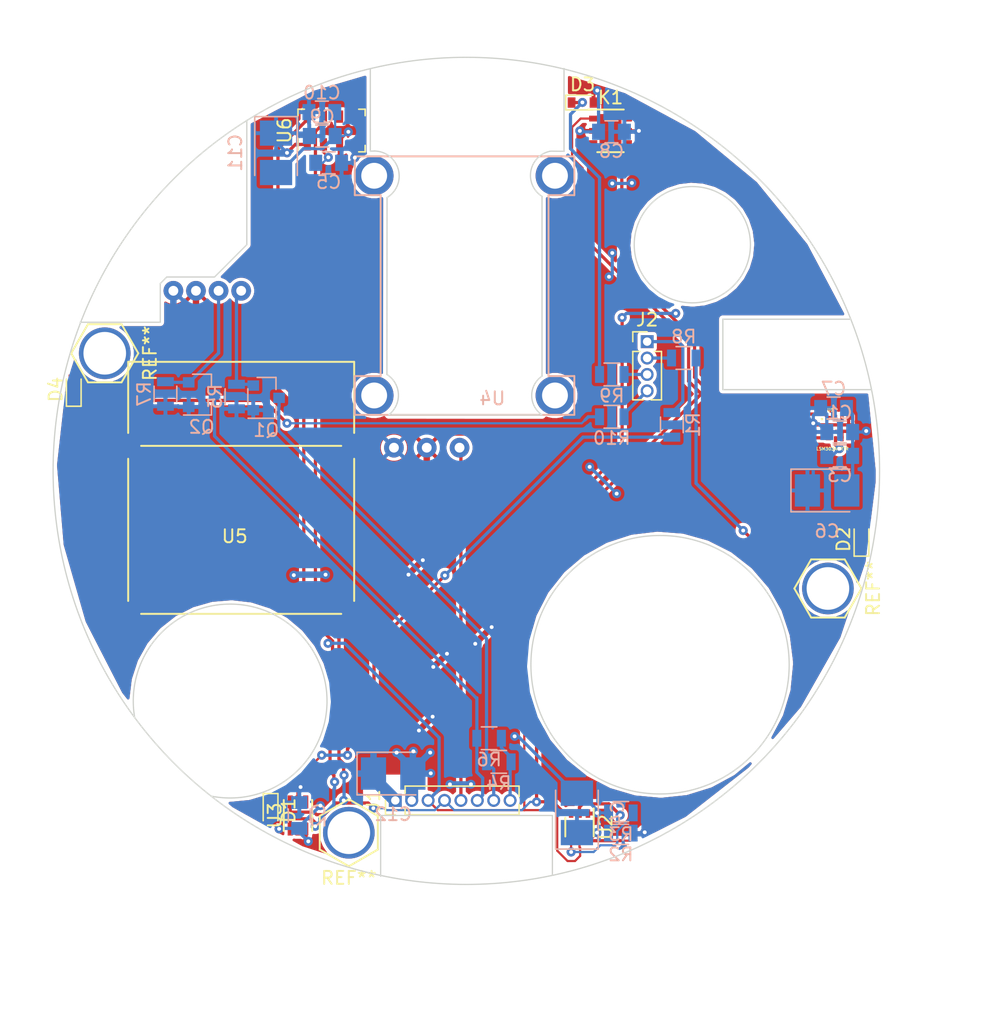
<source format=kicad_pcb>
(kicad_pcb (version 4) (host pcbnew 4.0.7)
  (layers (0 F.Cu signal) (31 B.Cu signal) (34 B.Paste user) (35 F.Paste user) (36 B.SilkS user) (37 F.SilkS user) (38 B.Mask user) (39 F.Mask user) (44 Edge.Cuts user))
  (net 0 "")
  (net 1 GND)
  (net 2 "Net-(C3-Pad1)")
  (net 3 "Net-(D1-Pad1)")
  (net 4 /SDA)
  (net 5 /SCL)
  (net 6 +3V3)
  (net 7 +5V)
  (net 8 "Net-(C5-Pad1)")
  (net 9 /SER_P)
  (net 10 /RX_GPS)
  (net 11 /TX_GPS)
  (net 12 /TX_GPSL)
  (net 13 /RX_GPSL)
  (net 14 "Net-(R2-Pad1)")
  (net 15 "Net-(R3-Pad2)")
  (net 16 "Net-(D2-Pad1)")
  (net 17 "Net-(D3-Pad1)")
  (net 18 "Net-(D4-Pad1)")
  (net 19 /LED1)
  (net 20 /LED2)
  (net 21 /LED3)
  (net 22 /LED4)
  (module CanSat:microservo (layer B.Cu) (at 58.3636 45.6652 180)
    (fp_text reference U4 (at 6.35 1.27 360) (layer B.SilkS) (effects (justify mirror)))
    (fp_text value microservo)
    (pad 1 thru_hole circle (at 13.97 -2.54 180) (size 1.524 1.524) (drill 0.762) (layers *.Cu *.Mask) (net 6 +3V3))
    (pad 3 thru_hole circle (at 8.89 -2.54 180) (size 1.524 1.524) (drill 0.762) (layers *.Cu *.Mask) (net 9 /SER_P))
    (pad "" thru_hole circle (at 1.5 18.5 180) (size 3 3) (drill 2) (layers *.Cu *.Mask))
    (pad "" thru_hole circle (at 15.5 18.5 180) (size 3 3) (drill 2) (layers *.Cu *.Mask))
    (pad "" thru_hole circle (at 15.5 1.5 180) (size 3 3) (drill 2) (layers *.Cu *.Mask))
    (pad "" thru_hole circle (at 1.5 1.5 180) (size 3 3) (drill 2) (layers *.Cu *.Mask))
    (pad 2 thru_hole circle (at 11.43 -2.54 180) (size 1.524 1.524) (drill 0.762) (layers *.Cu *.Mask) (net 1 GND))
  )
  (module TO_SOT_Packages_SMD:SOT-23 (layer B.Cu) (at 29.5 44.1)
    (fp_text reference Q2 (at 0 2.5) (layer B.SilkS) (effects (justify mirror)))
    (fp_text value BSS138)
    (pad 1 smd rect (at -1 0.95) (size 0.9 0.8) (layers B.Cu B.Paste B.Mask) (net 6 +3V3))
    (pad 2 smd rect (at -1 -0.95) (size 0.9 0.8) (layers B.Cu B.Paste B.Mask) (net 13 /RX_GPSL))
    (pad 3 smd rect (at 1 0) (size 0.9 0.8) (layers B.Cu B.Paste B.Mask) (net 10 /RX_GPS))
  )
  (module CanSat:GPS (layer F.Cu) (at 32.5636 48.0652 180)
    (fp_text reference U5 (at 0.5 -7 180) (layer F.SilkS))
    (fp_text value GPS)
    (pad 2 thru_hole circle (at 3.5 12 180) (size 1.524 1.524) (drill 0.762) (layers *.Cu *.Mask) (net 1 GND))
    (pad 1 thru_hole circle (at 5.25 12 180) (size 1.524 1.524) (drill 0.762) (layers *.Cu *.Mask) (net 6 +3V3))
    (pad 3 thru_hole circle (at 1.75 12 180) (size 1.524 1.524) (drill 0.762) (layers *.Cu *.Mask) (net 13 /RX_GPSL))
    (pad "" connect rect (at -8.75 -13 180) (size 2 2) (layers F.Cu F.Mask))
    (pad "" connect rect (at 8.75 -13 180) (size 2 2) (layers F.Cu F.Mask))
    (pad "" connect rect (at 8.75 0 180) (size 2 2) (layers F.Cu F.Mask))
    (pad "" connect rect (at -8.75 0 180) (size 2 2) (layers F.Cu F.Mask))
    (pad 4 thru_hole circle (at 0 12 180) (size 1.524 1.524) (drill 0.762) (layers *.Cu *.Mask) (net 12 /TX_GPSL))
  )
  (module CanSat:Standoff (layer F.Cu) (at 40.9 78)
    (fp_text reference REF** (at 0 3.5) (layer F.SilkS))
    (fp_text value Standoff)
    (pad "" thru_hole circle (at 0 0) (size 4 4) (drill 3.3) (layers *.Cu *.Mask))
  )
  (module CanSat:Standoff (layer F.Cu) (at 78 59.1 90)
    (fp_text reference REF** (at 0 3.5 90) (layer F.SilkS))
    (fp_text value Standoff)
    (pad "" thru_hole circle (at 0 0 90) (size 4 4) (drill 3.3) (layers *.Cu *.Mask))
  )
  (module Capacitors_SMD:C_0805 (layer B.Cu) (at 78.9136 46.9902 180)
    (fp_text reference C1 (at 0 1.5 180) (layer B.SilkS) (effects (justify mirror)))
    (fp_text value "100 nF")
    (pad 1 smd rect (at -1 0 180) (size 1 1.25) (layers B.Cu B.Paste B.Mask) (net 1 GND))
    (pad 2 smd rect (at 1 0 180) (size 1 1.25) (layers B.Cu B.Paste B.Mask) (net 6 +3V3))
  )
  (module Capacitors_SMD:C_0805 (layer B.Cu) (at 37.0636 76.6652 90)
    (fp_text reference C2 (at 0 1.5 90) (layer B.SilkS) (effects (justify mirror)))
    (fp_text value "1 uF")
    (pad 1 smd rect (at -1 0 90) (size 1 1.25) (layers B.Cu B.Paste B.Mask) (net 1 GND))
    (pad 2 smd rect (at 1 0 90) (size 1 1.25) (layers B.Cu B.Paste B.Mask) (net 6 +3V3))
  )
  (module Capacitors_SMD:C_0805 (layer B.Cu) (at 78.9136 48.8402)
    (fp_text reference C3 (at 0 1.5) (layer B.SilkS) (effects (justify mirror)))
    (fp_text value "0.22 uF")
    (pad 1 smd rect (at -1 0) (size 1 1.25) (layers B.Cu B.Paste B.Mask) (net 2 "Net-(C3-Pad1)"))
    (pad 2 smd rect (at 1 0) (size 1 1.25) (layers B.Cu B.Paste B.Mask) (net 1 GND))
  )
  (module Capacitors_Tantalum_SMD:CP_Tantalum_Case-T_EIA-3528-12_Reflow (layer B.Cu) (at 58.5636 76.4652 90)
    (fp_text reference C4 (at 0 3.15 90) (layer B.SilkS) (effects (justify mirror)))
    (fp_text value "10 uF")
    (pad 1 smd rect (at -1.525 0 90) (size 1.95 2.5) (layers B.Cu B.Paste B.Mask) (net 6 +3V3))
    (pad 2 smd rect (at 1.525 0 90) (size 1.95 2.5) (layers B.Cu B.Paste B.Mask) (net 1 GND))
  )
  (module Capacitors_SMD:C_0805 (layer B.Cu) (at 39.3386 26.1652)
    (fp_text reference C5 (at 0 1.5) (layer B.SilkS) (effects (justify mirror)))
    (fp_text value "100 nF")
    (pad 1 smd rect (at -1 0) (size 1 1.25) (layers B.Cu B.Paste B.Mask) (net 8 "Net-(C5-Pad1)"))
    (pad 2 smd rect (at 1 0) (size 1 1.25) (layers B.Cu B.Paste B.Mask) (net 6 +3V3))
  )
  (module Capacitors_Tantalum_SMD:CP_Tantalum_Case-T_EIA-3528-12_Reflow (layer B.Cu) (at 77.9386 51.5152)
    (fp_text reference C6 (at 0 3.15) (layer B.SilkS) (effects (justify mirror)))
    (fp_text value "10 uF")
    (pad 1 smd rect (at -1.525 0) (size 1.95 2.5) (layers B.Cu B.Paste B.Mask) (net 6 +3V3))
    (pad 2 smd rect (at 1.525 0) (size 1.95 2.5) (layers B.Cu B.Paste B.Mask) (net 1 GND))
  )
  (module Capacitors_SMD:C_0805 (layer B.Cu) (at 78.4386 45.1402 180)
    (fp_text reference C7 (at 0 1.5 180) (layer B.SilkS) (effects (justify mirror)))
    (fp_text value "100 nF")
    (pad 1 smd rect (at -1 0 180) (size 1 1.25) (layers B.Cu B.Paste B.Mask) (net 1 GND))
    (pad 2 smd rect (at 1 0 180) (size 1 1.25) (layers B.Cu B.Paste B.Mask) (net 6 +3V3))
  )
  (module Capacitors_SMD:C_0805 (layer B.Cu) (at 61.2386 23.7652)
    (fp_text reference C8 (at 0 1.5) (layer B.SilkS) (effects (justify mirror)))
    (fp_text value "100 nF")
    (pad 1 smd rect (at -1 0) (size 1 1.25) (layers B.Cu B.Paste B.Mask) (net 1 GND))
    (pad 2 smd rect (at 1 0) (size 1 1.25) (layers B.Cu B.Paste B.Mask) (net 6 +3V3))
  )
  (module Capacitors_SMD:C_0805 (layer B.Cu) (at 38.8386 24.0902 180)
    (fp_text reference C9 (at 0 1.5 180) (layer B.SilkS) (effects (justify mirror)))
    (fp_text value "100 nF")
    (pad 1 smd rect (at -1 0 180) (size 1 1.25) (layers B.Cu B.Paste B.Mask) (net 1 GND))
    (pad 2 smd rect (at 1 0 180) (size 1 1.25) (layers B.Cu B.Paste B.Mask) (net 6 +3V3))
  )
  (module Capacitors_SMD:C_0805 (layer B.Cu) (at 38.8136 22.2402 180)
    (fp_text reference C10 (at 0 1.5 180) (layer B.SilkS) (effects (justify mirror)))
    (fp_text value "100 nF")
    (pad 1 smd rect (at -1 0 180) (size 1 1.25) (layers B.Cu B.Paste B.Mask) (net 1 GND))
    (pad 2 smd rect (at 1 0 180) (size 1 1.25) (layers B.Cu B.Paste B.Mask) (net 6 +3V3))
  )
  (module Capacitors_Tantalum_SMD:CP_Tantalum_Case-T_EIA-3528-12_Reflow (layer B.Cu) (at 35.2636 25.3902 270)
    (fp_text reference C11 (at 0 3.15 270) (layer B.SilkS) (effects (justify mirror)))
    (fp_text value "10 uF")
    (pad 1 smd rect (at -1.525 0 270) (size 1.95 2.5) (layers B.Cu B.Paste B.Mask) (net 6 +3V3))
    (pad 2 smd rect (at 1.525 0 270) (size 1.95 2.5) (layers B.Cu B.Paste B.Mask) (net 1 GND))
  )
  (module Diodes_SMD:D_0603 (layer F.Cu) (at 34.84 76.27 270)
    (fp_text reference D1 (at 0 -1.4 270) (layer F.SilkS))
    (fp_text value LED)
    (pad 1 smd rect (at -0.85 0 270) (size 0.6 0.8) (layers F.Cu F.Paste F.Mask) (net 3 "Net-(D1-Pad1)"))
    (pad 2 smd rect (at 0.85 0 270) (size 0.6 0.8) (layers F.Cu F.Paste F.Mask) (net 1 GND))
  )
  (module Housings_DFN_QFN:DFN-6-1EP_3x3mm_Pitch0.95mm (layer F.Cu) (at 61.1636 23.6902)
    (fp_text reference K1 (at 0 -2.575) (layer F.SilkS))
    (fp_text value SI7021)
    (pad 1 smd rect (at -1.34 -0.95) (size 0.63 0.45) (layers F.Cu F.Paste F.Mask) (net 4 /SDA))
    (pad 2 smd rect (at -1.34 0) (size 0.63 0.45) (layers F.Cu F.Paste F.Mask) (net 1 GND))
    (pad 3 smd rect (at -1.34 0.95) (size 0.63 0.45) (layers F.Cu F.Paste F.Mask))
    (pad 4 smd rect (at 1.34 0.95) (size 0.63 0.45) (layers F.Cu F.Paste F.Mask))
    (pad 5 smd rect (at 1.34 0) (size 0.63 0.45) (layers F.Cu F.Paste F.Mask) (net 6 +3V3))
    (pad 6 smd rect (at 1.34 -0.95) (size 0.63 0.45) (layers F.Cu F.Paste F.Mask) (net 5 /SCL))
    (pad 7 smd rect (at 0.425 0.65) (size 0.85 1.3) (layers F.Cu F.Paste F.Mask))
    (pad 7 smd rect (at 0.425 -0.65) (size 0.85 1.3) (layers F.Cu F.Paste F.Mask))
    (pad 7 smd rect (at -0.425 0.65) (size 0.85 1.3) (layers F.Cu F.Paste F.Mask))
    (pad 7 smd rect (at -0.425 -0.65) (size 0.85 1.3) (layers F.Cu F.Paste F.Mask))
  )
  (module TO_SOT_Packages_SMD:SOT-23 (layer B.Cu) (at 34.5 44.35)
    (fp_text reference Q1 (at 0 2.5) (layer B.SilkS) (effects (justify mirror)))
    (fp_text value BSS138)
    (pad 1 smd rect (at -1 0.95) (size 0.9 0.8) (layers B.Cu B.Paste B.Mask) (net 6 +3V3))
    (pad 2 smd rect (at -1 -0.95) (size 0.9 0.8) (layers B.Cu B.Paste B.Mask) (net 12 /TX_GPSL))
    (pad 3 smd rect (at 1 0) (size 0.9 0.8) (layers B.Cu B.Paste B.Mask) (net 11 /TX_GPS))
  )
  (module Resistors_SMD:R_0805 (layer B.Cu) (at 65.9136 46.4402 90)
    (fp_text reference R1 (at 0 1.65 90) (layer B.SilkS) (effects (justify mirror)))
    (fp_text value 105)
    (pad 1 smd rect (at -0.95 0 90) (size 0.7 1.3) (layers B.Cu B.Paste B.Mask) (net 3 "Net-(D1-Pad1)"))
    (pad 2 smd rect (at 0.95 0 90) (size 0.7 1.3) (layers B.Cu B.Paste B.Mask) (net 19 /LED1))
  )
  (module Resistors_SMD:R_0805 (layer B.Cu) (at 61.96 78.03)
    (fp_text reference R2 (at 0 1.65) (layer B.SilkS) (effects (justify mirror)))
    (fp_text value 10k)
    (pad 1 smd rect (at -0.95 0) (size 0.7 1.3) (layers B.Cu B.Paste B.Mask) (net 14 "Net-(R2-Pad1)"))
    (pad 2 smd rect (at 0.95 0) (size 0.7 1.3) (layers B.Cu B.Paste B.Mask) (net 6 +3V3))
  )
  (module Resistors_SMD:R_0805 (layer B.Cu) (at 61.9636 76.4652)
    (fp_text reference R3 (at 0 1.65) (layer B.SilkS) (effects (justify mirror)))
    (fp_text value 270k)
    (pad 1 smd rect (at -0.95 0) (size 0.7 1.3) (layers B.Cu B.Paste B.Mask) (net 1 GND))
    (pad 2 smd rect (at 0.95 0) (size 0.7 1.3) (layers B.Cu B.Paste B.Mask) (net 15 "Net-(R3-Pad2)"))
  )
  (module Resistors_SMD:R_0805 (layer B.Cu) (at 52.5136 72.5152)
    (fp_text reference R4 (at 0 1.65) (layer B.SilkS) (effects (justify mirror)))
    (fp_text value 10k)
    (pad 1 smd rect (at -0.95 0) (size 0.7 1.3) (layers B.Cu B.Paste B.Mask) (net 11 /TX_GPS))
    (pad 2 smd rect (at 0.95 0) (size 0.7 1.3) (layers B.Cu B.Paste B.Mask) (net 7 +5V))
  )
  (module Resistors_SMD:R_0805 (layer B.Cu) (at 32.2 44.25 270)
    (fp_text reference R5 (at 0 1.65 270) (layer B.SilkS) (effects (justify mirror)))
    (fp_text value 10k)
    (pad 1 smd rect (at -0.95 0 270) (size 0.7 1.3) (layers B.Cu B.Paste B.Mask) (net 12 /TX_GPSL))
    (pad 2 smd rect (at 0.95 0 270) (size 0.7 1.3) (layers B.Cu B.Paste B.Mask) (net 6 +3V3))
  )
  (module Resistors_SMD:R_0805 (layer B.Cu) (at 51.7636 70.6902)
    (fp_text reference R6 (at 0 1.65) (layer B.SilkS) (effects (justify mirror)))
    (fp_text value 10k)
    (pad 1 smd rect (at -0.95 0) (size 0.7 1.3) (layers B.Cu B.Paste B.Mask) (net 10 /RX_GPS))
    (pad 2 smd rect (at 0.95 0) (size 0.7 1.3) (layers B.Cu B.Paste B.Mask) (net 7 +5V))
  )
  (module Resistors_SMD:R_0805 (layer B.Cu) (at 26.7 44.05 270)
    (fp_text reference R7 (at 0 1.65 270) (layer B.SilkS) (effects (justify mirror)))
    (fp_text value 10k)
    (pad 1 smd rect (at -0.95 0 270) (size 0.7 1.3) (layers B.Cu B.Paste B.Mask) (net 13 /RX_GPSL))
    (pad 2 smd rect (at 0.95 0 270) (size 0.7 1.3) (layers B.Cu B.Paste B.Mask) (net 6 +3V3))
  )
  (module CanSat:LSM303AGRTR (layer F.Cu) (at 78.8386 46.6902)
    (fp_text reference U1 (at -0.642811 -1.40767) (layer F.SilkS) (effects (font (size 0.240901 0.240901) (thickness 0.05))))
    (fp_text value LSM303AGRTR (at -0.489169 1.60144) (layer F.SilkS) (effects (font (size 0.240578 0.240578) (thickness 0.05))))
    (pad 1 smd rect (at -0.76 -0.75) (size 0.4 0.3) (drill (offset -0.04 -0.04)) (layers F.Cu F.Paste F.Mask) (net 5 /SCL))
    (pad 2 smd rect (at -0.76 -0.25) (size 0.4 0.25) (drill (offset -0.035 0)) (layers F.Cu F.Paste F.Mask) (net 6 +3V3))
    (pad 3 smd rect (at -0.76 0.25) (size 0.4 0.25) (drill (offset -0.035 0)) (layers F.Cu F.Paste F.Mask) (net 6 +3V3))
    (pad 4 smd rect (at -0.76 0.75) (size 0.4 0.3) (drill (offset -0.04 0.04)) (layers F.Cu F.Paste F.Mask) (net 4 /SDA))
    (pad 5 smd rect (at -0.25 0.76 90) (size 0.4 0.25) (drill (offset -0.07 0)) (layers F.Cu F.Paste F.Mask) (net 2 "Net-(C3-Pad1)"))
    (pad 6 smd rect (at 0.25 0.76 90) (size 0.4 0.25) (drill (offset -0.07 0)) (layers F.Cu F.Paste F.Mask) (net 1 GND))
    (pad 7 smd rect (at 0.76 0.75) (size 0.4 0.3) (drill (offset 0.04 0.04)) (layers F.Cu F.Paste F.Mask))
    (pad 8 smd rect (at 0.76 0.25) (size 0.4 0.25) (drill (offset 0.035 0)) (layers F.Cu F.Paste F.Mask) (net 1 GND))
    (pad 9 smd rect (at 0.76 -0.25) (size 0.4 0.25) (drill (offset 0.035 0)) (layers F.Cu F.Paste F.Mask) (net 6 +3V3))
    (pad 10 smd rect (at 0.76 -0.75) (size 0.4 0.3) (drill (offset 0.04 -0.04)) (layers F.Cu F.Paste F.Mask) (net 6 +3V3))
    (pad 11 smd rect (at 0.25 -0.76 90) (size 0.4 0.25) (drill (offset 0.07 0)) (layers F.Cu F.Paste F.Mask))
    (pad 12 smd rect (at -0.25 -0.76 90) (size 0.4 0.25) (drill (offset 0.07 0)) (layers F.Cu F.Paste F.Mask))
  )
  (module Housings_DFN_QFN:DFN-6-1EP_2x2mm_Pitch0.65mm (layer F.Cu) (at 58.7636 77.5652 270)
    (fp_text reference U2 (at 0 -2.025 270) (layer F.SilkS))
    (fp_text value VEML6070)
    (pad 1 smd rect (at -1.05 -0.65 270) (size 0.65 0.35) (layers F.Cu F.Paste F.Mask) (net 1 GND))
    (pad 2 smd rect (at -1.05 0 270) (size 0.65 0.35) (layers F.Cu F.Paste F.Mask) (net 14 "Net-(R2-Pad1)"))
    (pad 3 smd rect (at -1.05 0.65 270) (size 0.65 0.35) (layers F.Cu F.Paste F.Mask) (net 4 /SDA))
    (pad 4 smd rect (at 1.05 0.65 270) (size 0.65 0.35) (layers F.Cu F.Paste F.Mask) (net 15 "Net-(R3-Pad2)"))
    (pad 5 smd rect (at 1.05 0 270) (size 0.65 0.35) (layers F.Cu F.Paste F.Mask) (net 5 /SCL))
    (pad 6 smd rect (at 1.05 -0.65 270) (size 0.65 0.35) (layers F.Cu F.Paste F.Mask) (net 6 +3V3))
    (pad 7 smd rect (at 0 0.4 270) (size 1 0.8) (layers F.Cu F.Paste F.Mask))
    (pad 7 smd rect (at 0 -0.4 270) (size 1 0.8) (layers F.Cu F.Paste F.Mask))
  )
  (module CanSat:AMS_LGA-10-1EP_2.7x4mm_Pitch0.6mm (layer F.Cu) (at 37.5636 76.6652 90)
    (fp_text reference U3 (at 0 -2.4 90) (layer F.SilkS))
    (fp_text value TSL2591)
    (pad 6 smd rect (at 1.05 -1.2 90) (size 1 0.4) (layers F.Cu F.Paste F.Mask) (net 4 /SDA))
    (pad 5 smd rect (at 1.05 -0.6 90) (size 1 0.4) (layers F.Cu F.Paste F.Mask) (net 6 +3V3))
    (pad 1 smd rect (at -1.05 -1.2 90) (size 1 0.4) (layers F.Cu F.Paste F.Mask) (net 5 /SCL))
    (pad 2 smd rect (at -1.05 -0.6 90) (size 1 0.4) (layers F.Cu F.Paste F.Mask))
    (pad 3 smd rect (at -1.05 0 90) (size 1 0.4) (layers F.Cu F.Paste F.Mask) (net 1 GND))
    (pad 4 smd rect (at 1.05 0 90) (size 1 0.4) (layers F.Cu F.Paste F.Mask))
  )
  (module Housings_LGA:LGA-8_3x5mm_Pitch1.25mm (layer F.Cu) (at 39.5636 23.6652 90)
    (fp_text reference U6 (at 0 -3.65 90) (layer F.SilkS))
    (fp_text value MPL3115A2)
    (pad 4 smd rect (at -1.075 1.875 90) (size 0.95 0.55) (layers F.Cu F.Paste F.Mask) (net 6 +3V3))
    (pad 1 smd rect (at -1.075 -1.875 90) (size 0.95 0.55) (layers F.Cu F.Paste F.Mask) (net 6 +3V3))
    (pad 2 smd rect (at -1.075 -0.625 90) (size 0.95 0.55) (layers F.Cu F.Paste F.Mask) (net 8 "Net-(C5-Pad1)"))
    (pad 3 smd rect (at -1.075 0.625 90) (size 0.95 0.55) (layers F.Cu F.Paste F.Mask) (net 1 GND))
    (pad 8 smd rect (at 1.075 -1.875 90) (size 0.95 0.55) (layers F.Cu F.Paste F.Mask) (net 5 /SCL))
    (pad 7 smd rect (at 1.075 -0.625 90) (size 0.95 0.55) (layers F.Cu F.Paste F.Mask) (net 4 /SDA))
    (pad 6 smd rect (at 1.075 0.625 90) (size 0.95 0.55) (layers F.Cu F.Paste F.Mask))
    (pad 5 smd rect (at 1.075 1.875 90) (size 0.95 0.55) (layers F.Cu F.Paste F.Mask))
  )
  (module Diodes_SMD:D_0603 (layer F.Cu) (at 80.6 55.3 90)
    (fp_text reference D2 (at 0 -1.4 90) (layer F.SilkS))
    (fp_text value LED)
    (pad 1 smd rect (at -0.85 0 90) (size 0.6 0.8) (layers F.Cu F.Paste F.Mask) (net 16 "Net-(D2-Pad1)"))
    (pad 2 smd rect (at 0.85 0 90) (size 0.6 0.8) (layers F.Cu F.Paste F.Mask) (net 1 GND))
  )
  (module Diodes_SMD:D_0603 (layer F.Cu) (at 59 21.5)
    (fp_text reference D3 (at 0 -1.4) (layer F.SilkS))
    (fp_text value LED)
    (pad 1 smd rect (at -0.85 0) (size 0.6 0.8) (layers F.Cu F.Paste F.Mask) (net 17 "Net-(D3-Pad1)"))
    (pad 2 smd rect (at 0.85 0) (size 0.6 0.8) (layers F.Cu F.Paste F.Mask) (net 1 GND))
  )
  (module Diodes_SMD:D_0603 (layer F.Cu) (at 19.6 43.7 90)
    (fp_text reference D4 (at 0 -1.4 90) (layer F.SilkS))
    (fp_text value LED)
    (pad 1 smd rect (at -0.85 0 90) (size 0.6 0.8) (layers F.Cu F.Paste F.Mask) (net 18 "Net-(D4-Pad1)"))
    (pad 2 smd rect (at 0.85 0 90) (size 0.6 0.8) (layers F.Cu F.Paste F.Mask) (net 1 GND))
  )
  (module Pin_Headers:Pin_Header_Straight_1x08_Pitch1.27mm (layer F.Cu) (at 44.5 75.5 90)
    (fp_text reference J1 (at 0 -1.695 90) (layer F.SilkS))
    (fp_text value Conn_01x08)
    (pad 1 thru_hole rect (at 0 0 90) (size 1 1) (drill 0.65) (layers *.Cu *.Mask) (net 6 +3V3))
    (pad 2 thru_hole oval (at 0 1.27 90) (size 1 1) (drill 0.65) (layers *.Cu *.Mask) (net 1 GND))
    (pad 3 thru_hole oval (at 0 2.54 90) (size 1 1) (drill 0.65) (layers *.Cu *.Mask) (net 5 /SCL))
    (pad 4 thru_hole oval (at 0 3.81 90) (size 1 1) (drill 0.65) (layers *.Cu *.Mask) (net 4 /SDA))
    (pad 5 thru_hole oval (at 0 5.08 90) (size 1 1) (drill 0.65) (layers *.Cu *.Mask) (net 9 /SER_P))
    (pad 6 thru_hole oval (at 0 6.35 90) (size 1 1) (drill 0.65) (layers *.Cu *.Mask) (net 10 /RX_GPS))
    (pad 7 thru_hole oval (at 0 7.62 90) (size 1 1) (drill 0.65) (layers *.Cu *.Mask) (net 11 /TX_GPS))
    (pad 8 thru_hole oval (at 0 8.89 90) (size 1 1) (drill 0.65) (layers *.Cu *.Mask) (net 7 +5V))
  )
  (module Pin_Headers:Pin_Header_Straight_1x04_Pitch1.27mm (layer F.Cu) (at 64 40)
    (fp_text reference J2 (at 0 -1.695) (layer F.SilkS))
    (fp_text value Conn_01x04)
    (pad 1 thru_hole rect (at 0 0) (size 1 1) (drill 0.65) (layers *.Cu *.Mask) (net 19 /LED1))
    (pad 2 thru_hole oval (at 0 1.27) (size 1 1) (drill 0.65) (layers *.Cu *.Mask) (net 20 /LED2))
    (pad 3 thru_hole oval (at 0 2.54) (size 1 1) (drill 0.65) (layers *.Cu *.Mask) (net 21 /LED3))
    (pad 4 thru_hole oval (at 0 3.81) (size 1 1) (drill 0.65) (layers *.Cu *.Mask) (net 22 /LED4))
  )
  (module Resistors_SMD:R_0805 (layer B.Cu) (at 66.8386 41.2652 180)
    (fp_text reference R8 (at 0 1.65 180) (layer B.SilkS) (effects (justify mirror)))
    (fp_text value 105)
    (pad 1 smd rect (at -0.95 0 180) (size 0.7 1.3) (layers B.Cu B.Paste B.Mask) (net 16 "Net-(D2-Pad1)"))
    (pad 2 smd rect (at 0.95 0 180) (size 0.7 1.3) (layers B.Cu B.Paste B.Mask) (net 20 /LED2))
  )
  (module Resistors_SMD:R_0805 (layer B.Cu) (at 61.2636 42.5402)
    (fp_text reference R9 (at 0 1.65) (layer B.SilkS) (effects (justify mirror)))
    (fp_text value 105)
    (pad 1 smd rect (at -0.95 0) (size 0.7 1.3) (layers B.Cu B.Paste B.Mask) (net 17 "Net-(D3-Pad1)"))
    (pad 2 smd rect (at 0.95 0) (size 0.7 1.3) (layers B.Cu B.Paste B.Mask) (net 21 /LED3))
  )
  (module Resistors_SMD:R_0805 (layer B.Cu) (at 61.2636 45.8152)
    (fp_text reference R10 (at 0 1.65) (layer B.SilkS) (effects (justify mirror)))
    (fp_text value 105)
    (pad 1 smd rect (at -0.95 0) (size 0.7 1.3) (layers B.Cu B.Paste B.Mask) (net 18 "Net-(D4-Pad1)"))
    (pad 2 smd rect (at 0.95 0) (size 0.7 1.3) (layers B.Cu B.Paste B.Mask) (net 22 /LED4))
  )
  (module CanSat:Standoff (layer F.Cu) (at 22 40.9 90)
    (fp_text reference REF** (at 0 3.5 90) (layer F.SilkS))
    (fp_text value Standoff)
    (pad "" thru_hole circle (at 0 0 90) (size 4 4) (drill 3.3) (layers *.Cu *.Mask))
  )
  (module Capacitors_Tantalum_SMD:CP_Tantalum_Case-T_EIA-3528-12_Reflow (layer B.Cu) (at 44.335 73.42)
    (fp_text reference C12 (at 0 3.15) (layer B.SilkS) (effects (justify mirror)))
    (fp_text value "10 uF")
    (pad 1 smd rect (at -1.525 0) (size 1.95 2.5) (layers B.Cu B.Paste B.Mask) (net 6 +3V3))
    (pad 2 smd rect (at 1.525 0) (size 1.95 2.5) (layers B.Cu B.Paste B.Mask) (net 1 GND))
  )
  (gr_line (start 56.5 25.26) (end 57.57 25.27) (layer Edge.Cuts) (width 0.1))
  (gr_arc (start 56.88 27.14) (end 55.86 28.76) (angle 136.3771645) (layer Edge.Cuts) (width 0.1))
  (gr_line (start 55.86 42.67) (end 55.86 28.76) (layer Edge.Cuts) (width 0.1))
  (gr_arc (start 56.87 44.17) (end 55.86 45.67) (angle 112.1791243) (layer Edge.Cuts) (width 0.1))
  (gr_line (start 43.99 45.66) (end 55.86 45.67) (layer Edge.Cuts) (width 0.1))
  (gr_arc (start 42.84 44.15) (end 43.85 42.54) (angle 110.7380144) (layer Edge.Cuts) (width 0.1))
  (gr_line (start 43.86 28.85) (end 43.85 42.54) (layer Edge.Cuts) (width 0.1))
  (gr_line (start 42.57 25.26) (end 42.9 25.25) (layer Edge.Cuts) (width 0.1))
  (gr_arc (start 42.86 27.19) (end 42.89 25.25) (angle 147.9547489) (layer Edge.Cuts) (width 0.1))
  (gr_arc (start 31.71 67.81) (end 24.32 69.1) (angle 291) (layer Edge.Cuts) (width 0.1))
  (gr_line (start 30.5 35) (end 33 32.5) (angle 90) (layer Edge.Cuts) (width 0.1))
  (gr_line (start 26.3 38.5) (end 26.3 35.5) (angle 90) (layer Edge.Cuts) (width 0.1))
  (gr_line (start 26.3 38.5) (end 20.1 38.5) (angle 90) (layer Edge.Cuts) (width 0.1))
  (gr_line (start 26.8 35) (end 30.5 35) (angle 90) (layer Edge.Cuts) (width 0.1))
  (gr_line (start 26.7 35.1) (end 26.8 35) (angle 90) (layer Edge.Cuts) (width 0.1))
  (gr_line (start 26.3 35.5) (end 26.7 35.1) (angle 90) (layer Edge.Cuts) (width 0.1))
  (gr_line (start 33 32.5) (end 33 22.9) (angle 90) (layer Edge.Cuts) (width 0.1))
  (gr_line (start 69.8636 38.2652) (end 79.7636 38.2652) (angle 90) (layer Edge.Cuts) (width 0.1))
  (gr_line (start 69.8636 43.7152) (end 69.8636 38.2652) (angle 90) (layer Edge.Cuts) (width 0.1))
  (gr_line (start 81.3636 43.7152) (end 69.8636 43.7152) (angle 90) (layer Edge.Cuts) (width 0.1))
  (gr_line (start 56.6636 76.6652) (end 56.6636 81.2652) (angle 90) (layer Edge.Cuts) (width 0.1))
  (gr_line (start 43.3636 76.6652) (end 56.6636 76.6652) (angle 90) (layer Edge.Cuts) (width 0.1))
  (gr_line (start 43.3636 81.3652) (end 43.3636 76.6652) (angle 90) (layer Edge.Cuts) (width 0.1))
  (gr_line (start 42.5636 18.8652) (end 42.5636 23.5652) (angle 90) (layer Edge.Cuts) (width 0.1))
  (gr_line (start 57.5636 18.8652) (end 57.5636 23.6652) (angle 90) (layer Edge.Cuts) (width 0.1))
  (gr_line (start 57.5636 25.2652) (end 57.5636 23.6652) (angle 90) (layer Edge.Cuts) (width 0.1))
  (gr_line (start 42.5636 23.5652) (end 42.5636 25.2652) (angle 90) (layer Edge.Cuts) (width 0.1))
  (gr_circle (center 67.5 32.5) (end 67.5 37) (layer Edge.Cuts) (width 0.1))
  (gr_circle (center 65 65) (end 65 75) (layer Edge.Cuts) (width 0.1))
  (gr_circle (center 50 50) (end 50 82) (layer Edge.Cuts) (width 0.1))
  (segment (start 48.73 74.26) (end 50.35 74.26) (width 0.5) (layer B.Cu) (net 1))
  (segment (start 50.35 74.26) (end 50.36 74.25) (width 0.5) (layer B.Cu) (net 1))
  (via (at 50.36 74.25) (size 0.7) (drill 0.3) (layers F.Cu B.Cu) (net 1))
  (segment (start 47.245 73.4) (end 47.87 73.4) (width 0.5) (layer F.Cu) (net 1))
  (via (at 48.73 74.26) (size 0.7) (drill 0.3) (layers F.Cu B.Cu) (net 1))
  (segment (start 47.87 73.4) (end 48.73 74.26) (width 0.5) (layer F.Cu) (net 1))
  (segment (start 39.1 58.03) (end 36.68 58.03) (width 0.5) (layer B.Cu) (net 1))
  (segment (start 36.68 58.03) (end 36.64 58.07) (width 0.5) (layer B.Cu) (net 1))
  (via (at 36.64 58.07) (size 0.7) (drill 0.3) (layers F.Cu B.Cu) (net 1))
  (segment (start 46.9336 48.2052) (end 46.9336 50.1964) (width 0.5) (layer F.Cu) (net 1))
  (segment (start 46.9336 50.1964) (end 39.1 58.03) (width 0.5) (layer F.Cu) (net 1))
  (via (at 39.1 58.03) (size 0.7) (drill 0.3) (layers F.Cu B.Cu) (net 1))
  (segment (start 61.3 33.14) (end 61.3 34.73) (width 0.25) (layer B.Cu) (net 1))
  (segment (start 61.3 34.73) (end 61.05 34.98) (width 0.25) (layer B.Cu) (net 1))
  (via (at 61.05 34.98) (size 0.7) (drill 0.3) (layers F.Cu B.Cu) (net 1))
  (segment (start 61.3 27.76) (end 61.3 33.14) (width 0.25) (layer F.Cu) (net 1))
  (via (at 61.3 33.14) (size 0.7) (drill 0.3) (layers F.Cu B.Cu) (net 1))
  (segment (start 59.55 49.69) (end 57.013199 47.153199) (width 0.25) (layer F.Cu) (net 1))
  (segment (start 47.695599 47.443201) (end 46.9336 48.2052) (width 0.25) (layer F.Cu) (net 1))
  (segment (start 57.013199 47.153199) (end 47.985601 47.153199) (width 0.25) (layer F.Cu) (net 1))
  (segment (start 47.985601 47.153199) (end 47.695599 47.443201) (width 0.25) (layer F.Cu) (net 1))
  (segment (start 61.64 51.76) (end 59.57 49.69) (width 0.25) (layer B.Cu) (net 1))
  (segment (start 59.57 49.69) (end 59.55 49.69) (width 0.25) (layer B.Cu) (net 1))
  (via (at 59.55 49.69) (size 0.7) (drill 0.3) (layers F.Cu B.Cu) (net 1))
  (segment (start 80.9636 46.9152) (end 80.9636 47.410174) (width 0.25) (layer F.Cu) (net 1))
  (segment (start 80.9636 47.410174) (end 76.613774 51.76) (width 0.25) (layer F.Cu) (net 1))
  (segment (start 76.613774 51.76) (end 61.64 51.76) (width 0.25) (layer F.Cu) (net 1))
  (via (at 61.64 51.76) (size 0.7) (drill 0.3) (layers F.Cu B.Cu) (net 1))
  (segment (start 61.3 27.76) (end 62.78 27.76) (width 0.25) (layer B.Cu) (net 1))
  (segment (start 62.78 27.76) (end 62.82 27.72) (width 0.25) (layer B.Cu) (net 1))
  (via (at 62.82 27.72) (size 0.7) (drill 0.3) (layers F.Cu B.Cu) (net 1))
  (segment (start 58.7886 25.2686) (end 61.28 27.76) (width 0.25) (layer F.Cu) (net 1))
  (via (at 61.3 27.76) (size 0.7) (drill 0.3) (layers F.Cu B.Cu) (net 1))
  (segment (start 61.28 27.76) (end 61.3 27.76) (width 0.25) (layer F.Cu) (net 1))
  (segment (start 58.7886 23.6902) (end 58.7886 25.2686) (width 0.25) (layer F.Cu) (net 1))
  (segment (start 45.86 73.42) (end 45.86 73.06) (width 0.5) (layer B.Cu) (net 1))
  (segment (start 45.86 73.06) (end 44.6 71.8) (width 0.5) (layer B.Cu) (net 1))
  (via (at 44.6 71.8) (size 0.7) (drill 0.3) (layers F.Cu B.Cu) (net 1))
  (segment (start 45.86 73.42) (end 45.86 73.14) (width 0.5) (layer B.Cu) (net 1))
  (segment (start 45.86 73.14) (end 47.2 71.8) (width 0.5) (layer B.Cu) (net 1))
  (via (at 47.2 71.8) (size 0.7) (drill 0.3) (layers F.Cu B.Cu) (net 1))
  (segment (start 45.86 73.42) (end 47.225 73.42) (width 0.5) (layer B.Cu) (net 1))
  (segment (start 47.225 73.42) (end 47.245 73.4) (width 0.5) (layer B.Cu) (net 1))
  (via (at 47.245 73.4) (size 0.7) (drill 0.3) (layers F.Cu B.Cu) (net 1))
  (segment (start 45.86 73.42) (end 45.86 71.74) (width 0.5) (layer B.Cu) (net 1))
  (segment (start 45.86 71.74) (end 45.9 71.7) (width 0.5) (layer B.Cu) (net 1))
  (via (at 45.9 71.7) (size 0.7) (drill 0.3) (layers F.Cu B.Cu) (net 1))
  (segment (start 45.77 75.5) (end 45.77 73.51) (width 1) (layer B.Cu) (net 1))
  (segment (start 45.77 73.51) (end 45.86 73.42) (width 1) (layer B.Cu) (net 1))
  (segment (start 37.0636 77.6652) (end 37.0636 77.5364) (width 0.25) (layer B.Cu) (net 1))
  (segment (start 37.0636 77.5364) (end 38.7 75.9) (width 0.25) (layer B.Cu) (net 1))
  (via (at 38.7 75.9) (size 0.7) (drill 0.3) (layers F.Cu B.Cu) (net 1))
  (segment (start 37.0636 77.6652) (end 37.5348 77.6652) (width 0.25) (layer B.Cu) (net 1))
  (segment (start 34.5 77.15) (end 34.95 77.15) (width 0.25) (layer F.Cu) (net 1))
  (segment (start 35.5348 77.6652) (end 37.0636 77.6652) (width 0.25) (layer B.Cu) (net 1))
  (segment (start 35.5 77.7) (end 35.5348 77.6652) (width 0.25) (layer B.Cu) (net 1))
  (via (at 35.5 77.7) (size 0.7) (drill 0.3) (layers F.Cu B.Cu) (net 1))
  (segment (start 34.95 77.15) (end 35.5 77.7) (width 0.25) (layer F.Cu) (net 1))
  (segment (start 29.0636 36.0652) (end 29.0636 37.4636) (width 0.5) (layer F.Cu) (net 1))
  (segment (start 79.9136 48.8402) (end 79.9136 51.0652) (width 0.25) (layer B.Cu) (net 1))
  (segment (start 79.9136 51.0652) (end 79.4636 51.5152) (width 0.25) (layer B.Cu) (net 1))
  (segment (start 79.9136 46.9902) (end 79.9136 48.8402) (width 0.25) (layer B.Cu) (net 1))
  (segment (start 79.9136 46.9902) (end 79.9136 45.6152) (width 0.25) (layer B.Cu) (net 1))
  (segment (start 79.9136 45.6152) (end 79.4386 45.1402) (width 0.25) (layer B.Cu) (net 1))
  (segment (start 79.5986 46.9402) (end 80.9386 46.9402) (width 0.25) (layer F.Cu) (net 1))
  (segment (start 80.8886 46.9902) (end 79.9136 46.9902) (width 0.25) (layer B.Cu) (net 1))
  (segment (start 80.9636 46.9152) (end 80.8886 46.9902) (width 0.25) (layer B.Cu) (net 1))
  (via (at 80.9636 46.9152) (size 0.7) (drill 0.3) (layers F.Cu B.Cu) (net 1))
  (segment (start 80.9386 46.9402) (end 80.9636 46.9152) (width 0.25) (layer F.Cu) (net 1))
  (segment (start 79.5986 46.9402) (end 79.1386 46.9402) (width 0.25) (layer F.Cu) (net 1))
  (segment (start 79.0886 46.9902) (end 79.0886 47.4502) (width 0.25) (layer F.Cu) (net 1))
  (segment (start 79.1386 46.9402) (end 79.0886 46.9902) (width 0.25) (layer F.Cu) (net 1))
  (via (at 53.7386 70.5402) (size 0.7) (drill 0.3) (layers F.Cu B.Cu) (net 1))
  (segment (start 54.0136 70.5402) (end 53.7386 70.5402) (width 0.25) (layer B.Cu) (net 1))
  (segment (start 58.4136 74.9402) (end 54.0136 70.5402) (width 0.25) (layer B.Cu) (net 1))
  (segment (start 58.5636 74.9402) (end 58.4136 74.9402) (width 0.25) (layer B.Cu) (net 1))
  (segment (start 59.85 21.5) (end 59.85 20.8538) (width 0.25) (layer F.Cu) (net 1))
  (segment (start 60.2386 20.6652) (end 60.2386 23.7652) (width 0.25) (layer B.Cu) (net 1))
  (segment (start 60.1386 20.5652) (end 60.2386 20.6652) (width 0.25) (layer B.Cu) (net 1))
  (via (at 60.1386 20.5652) (size 0.7) (drill 0.3) (layers F.Cu B.Cu) (net 1))
  (segment (start 59.85 20.8538) (end 60.1386 20.5652) (width 0.25) (layer F.Cu) (net 1))
  (segment (start 35.2636 26.9152) (end 35.5386 26.9152) (width 0.17) (layer B.Cu) (net 1))
  (segment (start 35.5386 26.9152) (end 37.3886 25.0652) (width 0.25) (layer B.Cu) (net 1))
  (segment (start 37.3886 25.0652) (end 38.8636 25.0652) (width 0.25) (layer B.Cu) (net 1))
  (segment (start 38.8636 25.0652) (end 39.8386 24.0902) (width 0.25) (layer B.Cu) (net 1))
  (segment (start 40.1886 24.7402) (end 40.1886 24.4402) (width 0.17) (layer F.Cu) (net 1))
  (segment (start 40.1886 24.4402) (end 40.8636 23.7652) (width 0.17) (layer F.Cu) (net 1))
  (via (at 40.8636 23.7652) (size 0.7) (drill 0.3) (layers F.Cu B.Cu) (net 1))
  (segment (start 40.8636 23.7652) (end 40.5386 24.0902) (width 0.17) (layer B.Cu) (net 1))
  (segment (start 40.5386 24.0902) (end 39.8386 24.0902) (width 0.17) (layer B.Cu) (net 1))
  (segment (start 39.8386 24.0902) (end 39.8386 22.2652) (width 0.17) (layer B.Cu) (net 1))
  (segment (start 39.8386 22.2652) (end 39.8136 22.2402) (width 0.17) (layer B.Cu) (net 1))
  (segment (start 59.8236 23.6902) (end 58.7886 23.6902) (width 0.25) (layer F.Cu) (net 1))
  (segment (start 58.8636 23.7652) (end 60.2386 23.7652) (width 0.25) (layer B.Cu) (net 1))
  (segment (start 58.7886 23.6902) (end 58.8636 23.7652) (width 0.17) (layer B.Cu) (net 1))
  (via (at 58.7886 23.6902) (size 0.7) (drill 0.3) (layers F.Cu B.Cu) (net 1))
  (segment (start 58.5636 74.9402) (end 58.8136 74.9402) (width 0.17) (layer B.Cu) (net 1))
  (segment (start 58.8136 74.9402) (end 60.1136 76.2402) (width 0.25) (layer B.Cu) (net 1))
  (segment (start 60.1136 76.2402) (end 60.1136 76.4652) (width 0.17) (layer B.Cu) (net 1))
  (segment (start 59.4136 76.5152) (end 60.0636 76.5152) (width 0.25) (layer F.Cu) (net 1))
  (segment (start 60.1136 76.4652) (end 61.0136 76.4652) (width 0.25) (layer B.Cu) (net 1))
  (via (at 60.1136 76.4652) (size 0.7) (drill 0.3) (layers F.Cu B.Cu) (net 1))
  (segment (start 60.0636 76.5152) (end 60.1136 76.4652) (width 0.17) (layer F.Cu) (net 1))
  (segment (start 45.77 75.7588) (end 45.77 75.5) (width 0.17) (layer F.Cu) (net 1))
  (segment (start 37.5636 77.7152) (end 37.5636 78.4652) (width 0.25) (layer F.Cu) (net 1))
  (segment (start 37.7636 78.6652) (end 37.0636 77.9652) (width 0.25) (layer B.Cu) (net 1))
  (via (at 37.7636 78.6652) (size 0.7) (drill 0.3) (layers F.Cu B.Cu) (net 1))
  (segment (start 37.5636 78.4652) (end 37.7636 78.6652) (width 0.25) (layer F.Cu) (net 1))
  (segment (start 37.0636 77.9652) (end 37.0636 77.6652) (width 0.17) (layer B.Cu) (net 1))
  (segment (start 77.9136 48.8402) (end 78.3286 48.8402) (width 0.25) (layer B.Cu) (net 2))
  (segment (start 78.3286 48.8402) (end 78.8836 48.2852) (width 0.25) (layer B.Cu) (net 2))
  (via (at 78.8836 48.2852) (size 0.7) (drill 0.3) (layers F.Cu B.Cu) (net 2))
  (segment (start 78.8836 48.2852) (end 78.5886 47.9902) (width 0.25) (layer F.Cu) (net 2))
  (segment (start 78.5886 47.9902) (end 78.5886 47.4502) (width 0.25) (layer F.Cu) (net 2))
  (segment (start 37.490798 73.25) (end 37.55 73.25) (width 0.17) (layer F.Cu) (net 3))
  (segment (start 37.55 73.25) (end 38.8 72) (width 0.17) (layer F.Cu) (net 3))
  (segment (start 34.84 75.42) (end 35.320798 75.42) (width 0.17) (layer F.Cu) (net 3))
  (segment (start 35.320798 75.42) (end 37.490798 73.25) (width 0.17) (layer F.Cu) (net 3))
  (segment (start 40.8 72) (end 40.8 71.505026) (width 0.25) (layer F.Cu) (net 3))
  (segment (start 40.8 71.505026) (end 40.849999 71.455027) (width 0.25) (layer F.Cu) (net 3))
  (segment (start 40.849999 71.455027) (end 40.849999 70.550001) (width 0.25) (layer F.Cu) (net 3))
  (segment (start 40.4 72) (end 40.8 72) (width 0.25) (layer B.Cu) (net 3))
  (via (at 40.8 72) (size 0.7) (drill 0.3) (layers F.Cu B.Cu) (net 3))
  (segment (start 40.849999 70.550001) (end 42.85 68.55) (width 0.25) (layer F.Cu) (net 3))
  (segment (start 38.8 72) (end 40.4 72) (width 0.25) (layer B.Cu) (net 3))
  (via (at 38.8 72) (size 0.7) (drill 0.3) (layers F.Cu B.Cu) (net 3))
  (segment (start 38.7 72) (end 38.8 72) (width 0.25) (layer F.Cu) (net 3))
  (segment (start 42.85 68.55) (end 42.85 63.5788) (width 0.25) (layer F.Cu) (net 3))
  (segment (start 42.85 63.5788) (end 48.3386 58.0902) (width 0.25) (layer F.Cu) (net 3))
  (via (at 48.3386 58.0902) (size 0.7) (drill 0.3) (layers F.Cu B.Cu) (net 3))
  (segment (start 48.3386 58.0902) (end 59.0386 47.3902) (width 0.25) (layer B.Cu) (net 3))
  (segment (start 59.0386 47.3902) (end 65.9136 47.3902) (width 0.25) (layer B.Cu) (net 3))
  (segment (start 55.4386 75.6152) (end 54.943626 75.6152) (width 0.17) (layer B.Cu) (net 4))
  (segment (start 54.943626 75.6152) (end 54.308825 76.250001) (width 0.17) (layer B.Cu) (net 4))
  (segment (start 54.308825 76.250001) (end 49.060001 76.250001) (width 0.17) (layer B.Cu) (net 4))
  (segment (start 49.060001 76.250001) (end 48.809999 75.999999) (width 0.17) (layer B.Cu) (net 4))
  (segment (start 48.809999 75.999999) (end 48.31 75.5) (width 0.17) (layer B.Cu) (net 4))
  (segment (start 42.8 76.1) (end 43.649998 76.1) (width 0.17) (layer B.Cu) (net 4))
  (segment (start 43.649998 76.1) (end 43.799999 76.250001) (width 0.17) (layer B.Cu) (net 4))
  (segment (start 47.810001 75.999999) (end 48.31 75.5) (width 0.17) (layer B.Cu) (net 4))
  (segment (start 43.799999 76.250001) (end 47.559999 76.250001) (width 0.17) (layer B.Cu) (net 4))
  (segment (start 47.559999 76.250001) (end 47.810001 75.999999) (width 0.17) (layer B.Cu) (net 4))
  (segment (start 59.8236 22.7402) (end 58.850598 22.7402) (width 0.17) (layer F.Cu) (net 4))
  (segment (start 58.850598 22.7402) (end 58.188599 23.402199) (width 0.17) (layer F.Cu) (net 4))
  (segment (start 58.188599 23.402199) (end 58.188599 25.815199) (width 0.17) (layer F.Cu) (net 4))
  (segment (start 58.188599 25.815199) (end 58.9636 26.5902) (width 0.17) (layer F.Cu) (net 4))
  (segment (start 40.4 75.7) (end 40.7 75.7) (width 0.25) (layer F.Cu) (net 4))
  (segment (start 40.7 75.7) (end 42.4 75.7) (width 0.25) (layer F.Cu) (net 4))
  (segment (start 40.5 75.5) (end 40.7 75.7) (width 0.25) (layer F.Cu) (net 4))
  (segment (start 40.530413 73.545) (end 40.530413 75.469587) (width 0.25) (layer B.Cu) (net 4))
  (via (at 40.5 75.5) (size 0.7) (drill 0.3) (layers F.Cu B.Cu) (net 4))
  (segment (start 40.530413 75.469587) (end 40.5 75.5) (width 0.25) (layer B.Cu) (net 4))
  (segment (start 40.5 72.654602) (end 40.5 73.514587) (width 0.25) (layer F.Cu) (net 4))
  (segment (start 40.5 73.514587) (end 40.530413 73.545) (width 0.25) (layer F.Cu) (net 4))
  (via (at 40.530413 73.545) (size 0.7) (drill 0.3) (layers F.Cu B.Cu) (net 4))
  (segment (start 39.9 75.7) (end 40.4 75.7) (width 0.25) (layer F.Cu) (net 4))
  (segment (start 38.9386 22.5902) (end 38.9386 23.1152) (width 0.25) (layer F.Cu) (net 4))
  (segment (start 38.9386 23.1152) (end 38.3136 23.7402) (width 0.25) (layer F.Cu) (net 4))
  (segment (start 38.3136 23.7402) (end 38.3136 61.1402) (width 0.25) (layer F.Cu) (net 4))
  (segment (start 38.3136 61.1402) (end 40.1386 62.9652) (width 0.25) (layer F.Cu) (net 4))
  (segment (start 40.1386 62.9652) (end 40.1386 72.293202) (width 0.25) (layer F.Cu) (net 4))
  (segment (start 40.1386 72.293202) (end 40.5 72.654602) (width 0.25) (layer F.Cu) (net 4))
  (segment (start 40.5 75.6) (end 40.4 75.7) (width 0.25) (layer F.Cu) (net 4))
  (segment (start 36.3636 75.6152) (end 36.3636 76.3652) (width 0.25) (layer F.Cu) (net 4))
  (segment (start 36.408601 76.410201) (end 38.210201 76.410201) (width 0.25) (layer F.Cu) (net 4))
  (segment (start 36.3636 76.3652) (end 36.408601 76.410201) (width 0.25) (layer F.Cu) (net 4))
  (segment (start 42.4 75.7) (end 42.8 76.1) (width 0.25) (layer F.Cu) (net 4))
  (segment (start 38.210201 76.410201) (end 38.4 76.6) (width 0.25) (layer F.Cu) (net 4))
  (segment (start 38.4 76.6) (end 39 76.6) (width 0.25) (layer F.Cu) (net 4))
  (segment (start 39 76.6) (end 39.9 75.7) (width 0.25) (layer F.Cu) (net 4))
  (via (at 42.8 76.1) (size 0.7) (drill 0.3) (layers F.Cu B.Cu) (net 4))
  (segment (start 54.5636 60.7402) (end 54.5636 57.6752) (width 0.25) (layer F.Cu) (net 4))
  (segment (start 55.4386 69.5402) (end 54.5636 68.6652) (width 0.25) (layer F.Cu) (net 4))
  (segment (start 54.5636 68.6652) (end 54.5636 60.7402) (width 0.25) (layer F.Cu) (net 4))
  (segment (start 55.4386 75.6152) (end 55.4386 69.5402) (width 0.25) (layer F.Cu) (net 4))
  (segment (start 68.1036 44.1252) (end 68.1036 43.9552) (width 0.25) (layer F.Cu) (net 4))
  (segment (start 68.1836 44.0452) (end 68.1036 44.1252) (width 0.25) (layer F.Cu) (net 4))
  (segment (start 68.1936 44.0452) (end 68.1836 44.0452) (width 0.25) (layer F.Cu) (net 4))
  (segment (start 54.5636 57.6752) (end 68.1936 44.0452) (width 0.25) (layer F.Cu) (net 4))
  (segment (start 67.2136 40.0902) (end 67.2136 43.0652) (width 0.25) (layer F.Cu) (net 4))
  (segment (start 67.2136 43.0652) (end 68.1036 43.9552) (width 0.25) (layer F.Cu) (net 4))
  (segment (start 58.9636 27.8652) (end 58.9636 31.8402) (width 0.25) (layer F.Cu) (net 4))
  (segment (start 58.9636 31.8402) (end 67.2136 40.0902) (width 0.25) (layer F.Cu) (net 4))
  (segment (start 58.2386 25.8402) (end 58.2386 25.8652) (width 0.17) (layer F.Cu) (net 4))
  (segment (start 58.9636 26.5902) (end 58.9636 27.8652) (width 0.25) (layer F.Cu) (net 4))
  (segment (start 58.2386 25.8652) (end 58.9636 26.5902) (width 0.25) (layer F.Cu) (net 4))
  (segment (start 71.5886 47.4402) (end 78.0786 47.4402) (width 0.25) (layer F.Cu) (net 4))
  (segment (start 68.1036 43.9552) (end 71.5886 47.4402) (width 0.25) (layer F.Cu) (net 4))
  (segment (start 48.31 75.5) (end 48.31 75.7366) (width 0.25) (layer B.Cu) (net 4))
  (segment (start 55.4511 75.6027) (end 56.7011 75.6027) (width 0.25) (layer F.Cu) (net 4))
  (segment (start 55.4386 75.6152) (end 55.4511 75.6027) (width 0.25) (layer F.Cu) (net 4))
  (via (at 55.4386 75.6152) (size 0.7) (drill 0.3) (layers F.Cu B.Cu) (net 4))
  (segment (start 48.31 75.5) (end 48.31 75.5938) (width 0.25) (layer B.Cu) (net 4))
  (segment (start 58.1136 76.5152) (end 57.6136 76.5152) (width 0.25) (layer F.Cu) (net 4))
  (segment (start 57.6136 76.5152) (end 56.7011 75.6027) (width 0.25) (layer F.Cu) (net 4))
  (segment (start 56.810001 76.250001) (end 54.5 76.250001) (width 0.17) (layer F.Cu) (net 5))
  (segment (start 54.5 76.250001) (end 47.790001 76.250001) (width 0.17) (layer F.Cu) (net 5))
  (segment (start 54.4886 76.238601) (end 54.5 76.250001) (width 0.17) (layer F.Cu) (net 5))
  (segment (start 54.4886 69.9402) (end 54.4886 76.238601) (width 0.17) (layer F.Cu) (net 5))
  (segment (start 58.7636 78.6152) (end 58.7636 79.1102) (width 0.17) (layer F.Cu) (net 5))
  (segment (start 57.8386 80.1902) (end 57.0386 79.3902) (width 0.17) (layer F.Cu) (net 5))
  (segment (start 47.790001 76.250001) (end 47.539999 75.999999) (width 0.17) (layer F.Cu) (net 5))
  (segment (start 58.7636 79.1102) (end 58.8136 79.1602) (width 0.17) (layer F.Cu) (net 5))
  (segment (start 58.8136 79.1602) (end 58.8136 79.7902) (width 0.17) (layer F.Cu) (net 5))
  (segment (start 57.0386 76.4786) (end 56.810001 76.250001) (width 0.17) (layer F.Cu) (net 5))
  (segment (start 58.8136 79.7902) (end 58.4136 80.1902) (width 0.17) (layer F.Cu) (net 5))
  (segment (start 58.4136 80.1902) (end 57.8386 80.1902) (width 0.17) (layer F.Cu) (net 5))
  (segment (start 47.539999 75.999999) (end 47.04 75.5) (width 0.17) (layer F.Cu) (net 5))
  (segment (start 57.0386 79.3902) (end 57.0386 76.4786) (width 0.17) (layer F.Cu) (net 5))
  (segment (start 39.8 74.065) (end 39.8 74.559974) (width 0.25) (layer B.Cu) (net 5))
  (segment (start 39.743565 74.616409) (end 39.743565 75.811037) (width 0.25) (layer B.Cu) (net 5))
  (segment (start 39.8 74.559974) (end 39.743565 74.616409) (width 0.25) (layer B.Cu) (net 5))
  (segment (start 39.743565 75.811037) (end 38.649999 76.904603) (width 0.25) (layer B.Cu) (net 5))
  (segment (start 38.649999 76.904603) (end 38.649999 77.150001) (width 0.25) (layer B.Cu) (net 5))
  (segment (start 38.649999 77.150001) (end 38.3 77.5) (width 0.25) (layer B.Cu) (net 5))
  (segment (start 39.743565 73.553563) (end 39.743565 74.008565) (width 0.25) (layer F.Cu) (net 5))
  (segment (start 39.743565 74.008565) (end 39.8 74.065) (width 0.25) (layer F.Cu) (net 5))
  (via (at 39.8 74.065) (size 0.7) (drill 0.3) (layers F.Cu B.Cu) (net 5))
  (segment (start 39.6386 63.1902) (end 39.6386 70.3614) (width 0.25) (layer F.Cu) (net 5))
  (segment (start 39.6386 70.3614) (end 39.445001 70.554999) (width 0.25) (layer F.Cu) (net 5))
  (segment (start 39.445001 70.554999) (end 39.445001 73.254999) (width 0.25) (layer F.Cu) (net 5))
  (segment (start 39.445001 73.254999) (end 39.743565 73.553563) (width 0.25) (layer F.Cu) (net 5))
  (segment (start 36.3636 77.7152) (end 36.3636 76.9652) (width 0.25) (layer F.Cu) (net 5))
  (segment (start 36.3636 76.9652) (end 36.408601 76.920199) (width 0.25) (layer F.Cu) (net 5))
  (segment (start 36.408601 76.920199) (end 37.999601 76.920199) (width 0.25) (layer F.Cu) (net 5))
  (segment (start 37.999601 76.920199) (end 38.3 77.220598) (width 0.25) (layer F.Cu) (net 5))
  (segment (start 38.3 77.220598) (end 38.3 77.5) (width 0.25) (layer F.Cu) (net 5))
  (via (at 38.3 77.5) (size 0.7) (drill 0.3) (layers F.Cu B.Cu) (net 5))
  (segment (start 47.04 75.5) (end 47.89 74.65) (width 0.25) (layer B.Cu) (net 5))
  (segment (start 47.89 74.65) (end 47.89 70.6416) (width 0.25) (layer B.Cu) (net 5))
  (segment (start 47.89 70.6416) (end 40.5886 63.3402) (width 0.25) (layer B.Cu) (net 5))
  (segment (start 40.5886 63.3402) (end 39.2886 63.3402) (width 0.25) (layer B.Cu) (net 5))
  (segment (start 66.0636 38.2402) (end 66.0686 38.2402) (width 0.25) (layer F.Cu) (net 5))
  (segment (start 77.7436 45.6052) (end 78.0786 45.9402) (width 0.25) (layer F.Cu) (net 5))
  (segment (start 70.5236 45.6052) (end 77.7436 45.6052) (width 0.25) (layer F.Cu) (net 5))
  (segment (start 67.6736 42.7552) (end 70.5236 45.6052) (width 0.25) (layer F.Cu) (net 5))
  (segment (start 67.6736 39.8452) (end 67.6736 42.7552) (width 0.25) (layer F.Cu) (net 5))
  (segment (start 66.0686 38.2402) (end 67.6736 39.8452) (width 0.25) (layer F.Cu) (net 5))
  (segment (start 66.0636 37.9652) (end 66.0636 38.2402) (width 0.25) (layer F.Cu) (net 5))
  (segment (start 66.2136 37.8152) (end 66.0636 37.9652) (width 0.25) (layer F.Cu) (net 5))
  (via (at 66.2136 37.8152) (size 0.7) (drill 0.3) (layers F.Cu B.Cu) (net 5))
  (segment (start 62.3886 37.8152) (end 66.2136 37.8152) (width 0.25) (layer B.Cu) (net 5))
  (segment (start 62.0636 38.1402) (end 62.3886 37.8152) (width 0.25) (layer B.Cu) (net 5))
  (via (at 62.0636 38.1402) (size 0.7) (drill 0.3) (layers F.Cu B.Cu) (net 5))
  (segment (start 62.0636 48.4652) (end 62.0636 38.1402) (width 0.25) (layer F.Cu) (net 5))
  (segment (start 53.6386 56.8902) (end 62.0636 48.4652) (width 0.25) (layer F.Cu) (net 5))
  (segment (start 53.6386 69.0902) (end 53.6386 56.8902) (width 0.25) (layer F.Cu) (net 5))
  (segment (start 54.4886 69.9402) (end 53.6386 69.0902) (width 0.25) (layer F.Cu) (net 5))
  (segment (start 47.04 75.5) (end 47.04 75.7666) (width 0.25) (layer F.Cu) (net 5))
  (segment (start 39.4386 63.1902) (end 39.6386 63.1902) (width 0.25) (layer F.Cu) (net 5))
  (segment (start 39.2886 63.3402) (end 39.4386 63.1902) (width 0.25) (layer F.Cu) (net 5))
  (via (at 39.2886 63.3402) (size 0.7) (drill 0.3) (layers F.Cu B.Cu) (net 5))
  (segment (start 35.4136 34.5402) (end 35.4136 42.9402) (width 0.25) (layer F.Cu) (net 5))
  (segment (start 35.4136 25.0902) (end 35.4136 34.5402) (width 0.25) (layer F.Cu) (net 5))
  (segment (start 35.4136 25.0902) (end 37.6886 22.8152) (width 0.25) (layer F.Cu) (net 5))
  (segment (start 39.6386 63.1652) (end 39.6386 63.1902) (width 0.25) (layer F.Cu) (net 5))
  (segment (start 37.4136 60.9402) (end 39.6386 63.1652) (width 0.25) (layer F.Cu) (net 5))
  (segment (start 37.4136 44.9402) (end 37.4136 60.9402) (width 0.25) (layer F.Cu) (net 5))
  (segment (start 35.4136 42.9402) (end 37.4136 44.9402) (width 0.25) (layer F.Cu) (net 5))
  (segment (start 62.0386 27.2152) (end 62.0386 34.2152) (width 0.25) (layer F.Cu) (net 5))
  (segment (start 62.0386 34.2152) (end 66.0636 38.2402) (width 0.25) (layer F.Cu) (net 5))
  (segment (start 62.5036 22.7402) (end 63.5136 22.7402) (width 0.25) (layer F.Cu) (net 5))
  (segment (start 64.1386 25.1152) (end 62.0386 27.2152) (width 0.25) (layer F.Cu) (net 5))
  (segment (start 64.1386 23.3652) (end 64.1386 25.1152) (width 0.25) (layer F.Cu) (net 5))
  (segment (start 63.5136 22.7402) (end 64.1386 23.3652) (width 0.25) (layer F.Cu) (net 5))
  (segment (start 37.6886 22.5902) (end 37.6886 22.8152) (width 0.25) (layer F.Cu) (net 5))
  (segment (start 62.5036 22.7402) (end 62.7136 22.7402) (width 0.17) (layer F.Cu) (net 5))
  (segment (start 36.3636 77.7152) (end 36.3636 77.4652) (width 0.17) (layer F.Cu) (net 5))
  (segment (start 47.39 69.02) (end 47.39 65.22) (width 0.5) (layer B.Cu) (net 6))
  (segment (start 47.39 65.22) (end 47.44 65.17) (width 0.5) (layer B.Cu) (net 6))
  (segment (start 46.33 70.09) (end 44.39 70.09) (width 0.5) (layer B.Cu) (net 6))
  (segment (start 44.39 70.09) (end 42.81 71.67) (width 0.5) (layer B.Cu) (net 6))
  (segment (start 42.81 71.67) (end 42.81 73.42) (width 0.5) (layer B.Cu) (net 6))
  (segment (start 46.33 70.09) (end 46.33 70.08) (width 0.5) (layer F.Cu) (net 6))
  (segment (start 46.33 70.08) (end 47.39 69.02) (width 0.5) (layer F.Cu) (net 6))
  (segment (start 50.69 63.38) (end 50.69 63.36) (width 0.5) (layer F.Cu) (net 6))
  (segment (start 50.69 63.36) (end 51.96 62.09) (width 0.5) (layer F.Cu) (net 6))
  (via (at 51.96 62.09) (size 0.7) (drill 0.3) (layers F.Cu B.Cu) (net 6))
  (segment (start 48.5 64.15) (end 49.92 64.15) (width 0.5) (layer B.Cu) (net 6))
  (segment (start 49.92 64.15) (end 50.69 63.38) (width 0.5) (layer B.Cu) (net 6))
  (via (at 50.69 63.38) (size 0.7) (drill 0.3) (layers F.Cu B.Cu) (net 6))
  (segment (start 45.52 58.03) (end 45.52 58.02) (width 0.5) (layer F.Cu) (net 6))
  (segment (start 45.52 58.02) (end 46.63 56.91) (width 0.5) (layer F.Cu) (net 6))
  (via (at 46.63 56.91) (size 0.7) (drill 0.3) (layers F.Cu B.Cu) (net 6))
  (segment (start 48.5 64.15) (end 45.52 61.17) (width 0.5) (layer B.Cu) (net 6))
  (segment (start 45.52 61.17) (end 45.52 58.03) (width 0.5) (layer B.Cu) (net 6))
  (via (at 45.52 58.03) (size 0.7) (drill 0.3) (layers F.Cu B.Cu) (net 6))
  (segment (start 47.44 65.17) (end 47.48 65.17) (width 0.5) (layer F.Cu) (net 6))
  (segment (start 47.48 65.17) (end 48.5 64.15) (width 0.5) (layer F.Cu) (net 6))
  (via (at 48.5 64.15) (size 0.7) (drill 0.3) (layers F.Cu B.Cu) (net 6))
  (via (at 47.44 65.17) (size 0.7) (drill 0.3) (layers F.Cu B.Cu) (net 6))
  (via (at 47.39 69.02) (size 0.7) (drill 0.3) (layers F.Cu B.Cu) (net 6))
  (segment (start 42.81 71.23) (end 43.95 70.09) (width 0.5) (layer B.Cu) (net 6))
  (segment (start 43.95 70.09) (end 46.33 70.09) (width 0.5) (layer B.Cu) (net 6))
  (via (at 46.33 70.09) (size 0.7) (drill 0.3) (layers F.Cu B.Cu) (net 6))
  (segment (start 42.81 73.42) (end 42.81 71.23) (width 0.5) (layer B.Cu) (net 6))
  (segment (start 59.4136 78.6152) (end 61.94 78.6152) (width 0.25) (layer F.Cu) (net 6))
  (segment (start 63.8136 77.9652) (end 63.318626 77.9652) (width 0.17) (layer F.Cu) (net 6))
  (segment (start 63.318626 77.9652) (end 62.668626 78.6152) (width 0.17) (layer F.Cu) (net 6))
  (segment (start 62.668626 78.6152) (end 61.94 78.6152) (width 0.17) (layer F.Cu) (net 6))
  (segment (start 32.2 45.2) (end 33.4 45.2) (width 0.25) (layer B.Cu) (net 6))
  (segment (start 33.4 45.2) (end 33.5 45.3) (width 0.25) (layer B.Cu) (net 6))
  (segment (start 26.7 45) (end 28.45 45) (width 0.25) (layer B.Cu) (net 6))
  (segment (start 28.45 45) (end 28.5 45.05) (width 0.25) (layer B.Cu) (net 6))
  (segment (start 39.2 72.9) (end 40.815 72.9) (width 0.25) (layer B.Cu) (net 6))
  (segment (start 40.815 72.9) (end 41.335 73.42) (width 0.25) (layer B.Cu) (net 6))
  (segment (start 38.703774 73.396226) (end 39.2 72.9) (width 0.25) (layer B.Cu) (net 6))
  (segment (start 38.703774 73.42) (end 38.703774 73.396226) (width 0.25) (layer B.Cu) (net 6))
  (segment (start 37.1636 74.4652) (end 37.658574 74.4652) (width 0.25) (layer B.Cu) (net 6))
  (segment (start 37.658574 74.4652) (end 38.703774 73.42) (width 0.25) (layer B.Cu) (net 6))
  (segment (start 42.81 71.67) (end 42.8 71.66) (width 0.5) (layer B.Cu) (net 6))
  (segment (start 42.81 73.42) (end 41.335 73.42) (width 0.5) (layer B.Cu) (net 6))
  (segment (start 41.335 73.42) (end 41.315 73.4) (width 0.5) (layer B.Cu) (net 6))
  (segment (start 44.5 75.5) (end 42.81 73.81) (width 1) (layer B.Cu) (net 6))
  (segment (start 42.81 73.81) (end 42.81 73.42) (width 1) (layer B.Cu) (net 6))
  (segment (start 27.3136 36.0652) (end 27.3136 37.14283) (width 0.5) (layer B.Cu) (net 6))
  (segment (start 76.8636 46.3152) (end 76.8636 51.0652) (width 0.25) (layer B.Cu) (net 6))
  (segment (start 76.8636 51.0652) (end 76.4136 51.5152) (width 0.25) (layer B.Cu) (net 6))
  (segment (start 76.8636 46.3152) (end 76.8636 45.7152) (width 0.25) (layer B.Cu) (net 6))
  (segment (start 76.8636 45.7152) (end 77.4386 45.1402) (width 0.25) (layer B.Cu) (net 6))
  (segment (start 78.0786 46.4402) (end 76.9886 46.4402) (width 0.25) (layer F.Cu) (net 6))
  (segment (start 77.2886 46.3652) (end 77.9136 46.9902) (width 0.25) (layer B.Cu) (net 6))
  (segment (start 76.9136 46.3652) (end 77.2886 46.3652) (width 0.25) (layer B.Cu) (net 6))
  (segment (start 76.8636 46.3152) (end 76.9136 46.3652) (width 0.25) (layer B.Cu) (net 6))
  (via (at 76.8636 46.3152) (size 0.7) (drill 0.3) (layers F.Cu B.Cu) (net 6))
  (segment (start 76.9886 46.4402) (end 76.8636 46.3152) (width 0.25) (layer F.Cu) (net 6))
  (segment (start 77.9136 46.9902) (end 77.9136 45.6152) (width 0.25) (layer B.Cu) (net 6))
  (segment (start 77.9136 45.6152) (end 77.4386 45.1402) (width 0.25) (layer B.Cu) (net 6))
  (segment (start 78.0786 46.4402) (end 79.5986 46.4402) (width 0.25) (layer F.Cu) (net 6))
  (segment (start 79.5986 46.4402) (end 79.5986 45.9402) (width 0.25) (layer F.Cu) (net 6))
  (segment (start 78.0786 46.4402) (end 78.0786 46.9402) (width 0.25) (layer F.Cu) (net 6))
  (segment (start 58.5636 77.9902) (end 60.1136 77.9902) (width 0.17) (layer B.Cu) (net 6))
  (segment (start 60.1136 77.9902) (end 59.4886 78.6152) (width 0.25) (layer F.Cu) (net 6))
  (via (at 60.1136 77.9902) (size 0.7) (drill 0.3) (layers F.Cu B.Cu) (net 6))
  (segment (start 59.4886 78.6152) (end 59.4136 78.6152) (width 0.25) (layer F.Cu) (net 6))
  (segment (start 37.6886 24.7402) (end 36.7636 24.7402) (width 0.25) (layer F.Cu) (net 6))
  (segment (start 36.1136 25.3902) (end 35.2636 24.5402) (width 0.25) (layer B.Cu) (net 6))
  (via (at 36.1136 25.3902) (size 0.7) (drill 0.3) (layers F.Cu B.Cu) (net 6))
  (segment (start 36.7636 24.7402) (end 36.1136 25.3902) (width 0.25) (layer F.Cu) (net 6))
  (segment (start 35.2636 24.5402) (end 35.2636 23.8652) (width 0.25) (layer B.Cu) (net 6))
  (segment (start 34.9636 23.8652) (end 35.2636 23.8652) (width 0.5) (layer B.Cu) (net 6))
  (segment (start 41.4386 24.7402) (end 41.4386 25.6902) (width 0.17) (layer F.Cu) (net 6))
  (segment (start 40.9636 26.1652) (end 40.3386 26.1652) (width 0.17) (layer B.Cu) (net 6))
  (segment (start 41.3636 25.7652) (end 40.9636 26.1652) (width 0.17) (layer B.Cu) (net 6))
  (via (at 41.3636 25.7652) (size 0.7) (drill 0.3) (layers F.Cu B.Cu) (net 6))
  (segment (start 41.4386 25.6902) (end 41.3636 25.7652) (width 0.17) (layer F.Cu) (net 6))
  (segment (start 37.8136 22.2402) (end 37.8136 24.0652) (width 0.25) (layer B.Cu) (net 6))
  (segment (start 37.8136 24.0652) (end 37.8386 24.0902) (width 0.17) (layer B.Cu) (net 6))
  (segment (start 35.2636 23.8652) (end 37.6136 23.8652) (width 0.25) (layer B.Cu) (net 6))
  (segment (start 37.6136 23.8652) (end 37.8386 24.0902) (width 0.17) (layer B.Cu) (net 6))
  (segment (start 62.5036 23.6902) (end 63.3636 23.6902) (width 0.25) (layer F.Cu) (net 6))
  (segment (start 63.2886 23.7652) (end 62.2386 23.7652) (width 0.25) (layer B.Cu) (net 6))
  (segment (start 63.3636 23.6902) (end 63.2886 23.7652) (width 0.17) (layer B.Cu) (net 6))
  (via (at 63.3636 23.6902) (size 0.7) (drill 0.3) (layers F.Cu B.Cu) (net 6))
  (segment (start 62.2386 23.7652) (end 61.9386 23.7652) (width 0.17) (layer B.Cu) (net 6))
  (segment (start 58.5636 77.9902) (end 58.0386 77.9902) (width 0.17) (layer B.Cu) (net 6))
  (segment (start 63.6136 78.1652) (end 62.9136 78.1652) (width 0.25) (layer B.Cu) (net 6))
  (segment (start 63.8136 77.9652) (end 63.6136 78.1652) (width 0.17) (layer B.Cu) (net 6))
  (via (at 63.8136 77.9652) (size 0.7) (drill 0.3) (layers F.Cu B.Cu) (net 6))
  (segment (start 44.2652 75.2652) (end 44.5 75.5) (width 0.17) (layer F.Cu) (net 6))
  (segment (start 36.9636 75.6152) (end 36.9636 74.6652) (width 0.25) (layer F.Cu) (net 6))
  (segment (start 37.0636 74.5652) (end 37.0636 75.6652) (width 0.25) (layer B.Cu) (net 6))
  (segment (start 37.1636 74.4652) (end 37.0636 74.5652) (width 0.17) (layer B.Cu) (net 6))
  (via (at 37.1636 74.4652) (size 0.7) (drill 0.3) (layers F.Cu B.Cu) (net 6))
  (segment (start 36.9636 74.6652) (end 37.1636 74.4652) (width 0.25) (layer F.Cu) (net 6))
  (segment (start 53.39 75.5) (end 53.39 72.5888) (width 0.25) (layer B.Cu) (net 7))
  (segment (start 53.39 72.5888) (end 53.4636 72.5152) (width 0.25) (layer B.Cu) (net 7))
  (segment (start 52.7136 70.6902) (end 52.7136 71.4152) (width 0.25) (layer B.Cu) (net 7))
  (segment (start 52.7136 71.4152) (end 53.4636 72.1652) (width 0.25) (layer B.Cu) (net 7))
  (segment (start 53.4636 72.1652) (end 53.4636 72.5152) (width 0.25) (layer B.Cu) (net 7))
  (segment (start 38.9386 24.7402) (end 38.9386 25.3652) (width 0.17) (layer F.Cu) (net 8))
  (segment (start 38.8886 26.1652) (end 38.3386 26.1652) (width 0.17) (layer B.Cu) (net 8))
  (segment (start 39.3136 25.7402) (end 38.8886 26.1652) (width 0.17) (layer B.Cu) (net 8))
  (via (at 39.3136 25.7402) (size 0.7) (drill 0.3) (layers F.Cu B.Cu) (net 8))
  (segment (start 38.9386 25.3652) (end 39.3136 25.7402) (width 0.17) (layer F.Cu) (net 8))
  (segment (start 49.58 75.5) (end 49.58 48.3116) (width 0.25) (layer F.Cu) (net 9))
  (segment (start 49.58 48.3116) (end 49.4736 48.2052) (width 0.25) (layer F.Cu) (net 9))
  (segment (start 30.5 44.1) (end 30.5 47.304398) (width 0.25) (layer B.Cu) (net 10))
  (segment (start 30.5 47.304398) (end 50.760802 67.5652) (width 0.25) (layer B.Cu) (net 10))
  (segment (start 50.760802 67.5652) (end 50.8136 67.5652) (width 0.25) (layer B.Cu) (net 10))
  (segment (start 50.8136 70.6902) (end 50.8136 73.3152) (width 0.25) (layer B.Cu) (net 10))
  (segment (start 51.2636 75.0864) (end 50.85 75.5) (width 0.25) (layer B.Cu) (net 10))
  (segment (start 51.2636 73.7652) (end 51.2636 75.0864) (width 0.25) (layer B.Cu) (net 10))
  (segment (start 50.8136 73.3152) (end 51.2636 73.7652) (width 0.25) (layer B.Cu) (net 10))
  (segment (start 50.8136 70.6902) (end 50.8136 67.5652) (width 0.25) (layer B.Cu) (net 10))
  (segment (start 50.85 70.7266) (end 50.8136 70.6902) (width 0.25) (layer B.Cu) (net 10))
  (segment (start 50.62 70.8838) (end 50.8136 70.6902) (width 0.25) (layer B.Cu) (net 10))
  (segment (start 51.5636 62.9902) (end 35.473599 46.900199) (width 0.25) (layer B.Cu) (net 11))
  (segment (start 35.473599 46.900199) (end 35.473599 45.026401) (width 0.25) (layer B.Cu) (net 11))
  (segment (start 35.473599 45.026401) (end 35.5 45) (width 0.25) (layer B.Cu) (net 11))
  (segment (start 35.5 45) (end 35.5 44.35) (width 0.25) (layer B.Cu) (net 11))
  (segment (start 51.5636 72.5152) (end 51.5636 62.9902) (width 0.25) (layer B.Cu) (net 11))
  (segment (start 52.12 75.5) (end 52.12 73.0716) (width 0.25) (layer B.Cu) (net 11))
  (segment (start 52.12 73.0716) (end 51.5636 72.5152) (width 0.25) (layer B.Cu) (net 11))
  (segment (start 51.5636 72.5152) (end 51.5636 72.5652) (width 0.25) (layer B.Cu) (net 11))
  (segment (start 51.5636 72.5652) (end 51.89 72.8916) (width 0.25) (layer B.Cu) (net 11))
  (segment (start 32.2 43.3) (end 32.2 36.4288) (width 0.25) (layer B.Cu) (net 12))
  (segment (start 32.2 36.4288) (end 32.5636 36.0652) (width 0.25) (layer B.Cu) (net 12))
  (segment (start 32.2 43.3) (end 33.4 43.3) (width 0.25) (layer B.Cu) (net 12))
  (segment (start 33.4 43.3) (end 33.5 43.4) (width 0.25) (layer B.Cu) (net 12))
  (segment (start 28.5 43.15) (end 26.75 43.15) (width 0.25) (layer B.Cu) (net 13))
  (segment (start 26.75 43.15) (end 26.7 43.1) (width 0.25) (layer B.Cu) (net 13))
  (segment (start 30.8136 36.0652) (end 30.8136 40.8864) (width 0.25) (layer B.Cu) (net 13))
  (segment (start 30.8136 40.8864) (end 28.55 43.15) (width 0.25) (layer B.Cu) (net 13))
  (segment (start 28.55 43.15) (end 28.5 43.15) (width 0.25) (layer B.Cu) (net 13))
  (segment (start 58.7636 76.0402) (end 58.7636 76.0152) (width 0.25) (layer F.Cu) (net 14))
  (segment (start 61.0886 75.8152) (end 61.9136 76.6402) (width 0.25) (layer F.Cu) (net 14))
  (segment (start 58.7636 76.5152) (end 58.7636 76.1402) (width 0.25) (layer F.Cu) (net 14))
  (segment (start 61.7136 77.2902) (end 61.0136 77.9902) (width 0.25) (layer B.Cu) (net 14))
  (segment (start 61.7136 76.8402) (end 61.7136 77.2902) (width 0.25) (layer B.Cu) (net 14))
  (segment (start 61.9136 76.6402) (end 61.7136 76.8402) (width 0.17) (layer B.Cu) (net 14))
  (via (at 61.9136 76.6402) (size 0.7) (drill 0.3) (layers F.Cu B.Cu) (net 14))
  (segment (start 58.7636 76.1402) (end 58.7636 76.0402) (width 0.25) (layer F.Cu) (net 14))
  (segment (start 61.0386 75.7652) (end 61.0886 75.8152) (width 0.25) (layer F.Cu) (net 14))
  (segment (start 59.0136 75.7652) (end 61.0386 75.7652) (width 0.25) (layer F.Cu) (net 14))
  (segment (start 58.7636 76.0152) (end 59.0136 75.7652) (width 0.25) (layer F.Cu) (net 14))
  (segment (start 61.0136 77.9902) (end 61.0136 78.1652) (width 0.17) (layer B.Cu) (net 14))
  (segment (start 60.38 78.97) (end 59.8598 79.4902) (width 0.17) (layer B.Cu) (net 15))
  (segment (start 59.8598 79.4902) (end 58.1136 79.4902) (width 0.17) (layer B.Cu) (net 15))
  (segment (start 61.520002 78.97) (end 60.38 78.97) (width 0.17) (layer B.Cu) (net 15))
  (segment (start 61.6886 77.871399) (end 61.6886 78.801402) (width 0.17) (layer B.Cu) (net 15))
  (segment (start 61.6886 78.801402) (end 61.520002 78.97) (width 0.17) (layer B.Cu) (net 15))
  (segment (start 61.6886 77.871399) (end 62.9136 76.646399) (width 0.17) (layer B.Cu) (net 15))
  (segment (start 62.9136 76.646399) (end 62.9136 76.4652) (width 0.17) (layer B.Cu) (net 15))
  (via (at 58.1136 79.4902) (size 0.7) (drill 0.3) (layers F.Cu B.Cu) (net 15))
  (segment (start 58.1136 79.4902) (end 58.1136 78.6152) (width 0.17) (layer F.Cu) (net 15))
  (segment (start 62.9136 76.6902) (end 62.9136 76.4652) (width 0.17) (layer B.Cu) (net 15))
  (segment (start 72.9734 56.15) (end 71.4386 54.6152) (width 0.25) (layer F.Cu) (net 16))
  (segment (start 80.6 56.15) (end 72.9734 56.15) (width 0.25) (layer F.Cu) (net 16))
  (segment (start 67.7886 50.9652) (end 71.4386 54.6152) (width 0.25) (layer B.Cu) (net 16))
  (via (at 71.4386 54.6152) (size 0.7) (drill 0.3) (layers F.Cu B.Cu) (net 16))
  (segment (start 67.7886 50.9652) (end 67.7886 41.2652) (width 0.25) (layer B.Cu) (net 16))
  (segment (start 60.3136 42.5402) (end 60.3136 27.3152) (width 0.25) (layer B.Cu) (net 17))
  (segment (start 58.9788 21.5) (end 58.15 21.5) (width 0.25) (layer F.Cu) (net 17))
  (segment (start 58.9886 21.4902) (end 58.9788 21.5) (width 0.25) (layer F.Cu) (net 17))
  (via (at 58.9886 21.4902) (size 0.7) (drill 0.3) (layers F.Cu B.Cu) (net 17))
  (segment (start 58.0636 22.4152) (end 58.9886 21.4902) (width 0.25) (layer B.Cu) (net 17))
  (segment (start 58.0636 25.0652) (end 58.0636 22.4152) (width 0.25) (layer B.Cu) (net 17))
  (segment (start 60.3136 27.3152) (end 58.0636 25.0652) (width 0.25) (layer B.Cu) (net 17))
  (segment (start 59.1886 46.0652) (end 58.9386 46.3152) (width 0.17) (layer B.Cu) (net 18))
  (segment (start 58.9386 46.3152) (end 36.1136 46.3152) (width 0.17) (layer B.Cu) (net 18))
  (segment (start 19.6 44.55) (end 34.3484 44.55) (width 0.25) (layer F.Cu) (net 18))
  (segment (start 34.3484 44.55) (end 36.1136 46.3152) (width 0.25) (layer F.Cu) (net 18))
  (segment (start 60.3136 45.8152) (end 59.4386 45.8152) (width 0.25) (layer B.Cu) (net 18))
  (via (at 36.1136 46.3152) (size 0.7) (drill 0.3) (layers F.Cu B.Cu) (net 18))
  (segment (start 59.4386 45.8152) (end 59.1886 46.0652) (width 0.25) (layer B.Cu) (net 18))
  (segment (start 64 40) (end 66.3984 40) (width 0.25) (layer B.Cu) (net 19))
  (segment (start 66.7636 44.6402) (end 65.9136 45.4902) (width 0.25) (layer B.Cu) (net 19))
  (segment (start 66.7636 40.3652) (end 66.7636 44.6402) (width 0.25) (layer B.Cu) (net 19))
  (segment (start 66.3984 40) (end 66.7636 40.3652) (width 0.25) (layer B.Cu) (net 19))
  (segment (start 64 41.27) (end 65.8838 41.27) (width 0.25) (layer B.Cu) (net 20))
  (segment (start 65.8838 41.27) (end 65.8886 41.2652) (width 0.25) (layer B.Cu) (net 20))
  (segment (start 62.2136 42.5402) (end 63.9998 42.5402) (width 0.25) (layer B.Cu) (net 21))
  (segment (start 63.9998 42.5402) (end 64 42.54) (width 0.25) (layer B.Cu) (net 21))
  (segment (start 62.2136 45.8152) (end 62.2136 45.5964) (width 0.25) (layer B.Cu) (net 22))
  (segment (start 62.2136 45.5964) (end 64 43.81) (width 0.25) (layer B.Cu) (net 22))
  (zone (net 1) (net_name GND) (layer F.Cu) (connect_pads (clearance 0.251)) (min_thickness 0.2) (fill yes (arc_segments 32) (thermal_gap 0.3) (thermal_bridge_width 0.3))
    (polygon (pts (xy 91.8886 26.5652) (xy 88.0386 80.0152) (xy 50.2386 92.8152) (xy 15.0886 65.1652) (xy 16.2886 20.6652) (xy 52.2636 13.5652)))
  )
  (zone (net 6) (net_name +3V3) (layer B.Cu) (connect_pads (clearance 0.251)) (min_thickness 0.2) (fill yes (arc_segments 32) (thermal_gap 0.3) (thermal_bridge_width 0.3))
    (polygon (pts (xy 13.8886 46.3402) (xy 33.8136 15.0902) (xy 78.1386 21.5652) (xy 85.7136 71.1152) (xy 33.0136 91.3152)))
  )
  (zone (net 0) (net_name "") (layer B.Cu) (connect_pads (clearance 0.2)) (min_thickness 0.254)
    (keepout (tracks allowed) (vias allowed) (copperpour not_allowed))
    (fill yes (arc_segments 16) (thermal_gap 0.508) (thermal_bridge_width 0.508))
    (polygon (pts (xy 42 73.5) (xy 47 73.5) (xy 47 76.5) (xy 42 76.5)))
  )
  (zone (net 0) (net_name "") (layer F.Cu) (connect_pads (clearance 0.2)) (min_thickness 0.254)
    (keepout (tracks allowed) (vias allowed) (copperpour not_allowed))
    (fill yes (arc_segments 16) (thermal_gap 0.508) (thermal_bridge_width 0.508))
    (polygon (pts (xy 42 76.5) (xy 42 73.5) (xy 47 73.5) (xy 47 76.5)))
  )
)
</source>
